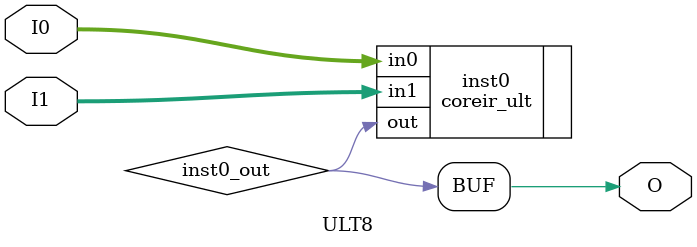
<source format=v>
module ULT8 (input [7:0] I0, input [7:0] I1, output  O);
wire  inst0_out;
coreir_ult inst0 (.in0(I0), .in1(I1), .out(inst0_out));
assign O = inst0_out;
endmodule


</source>
